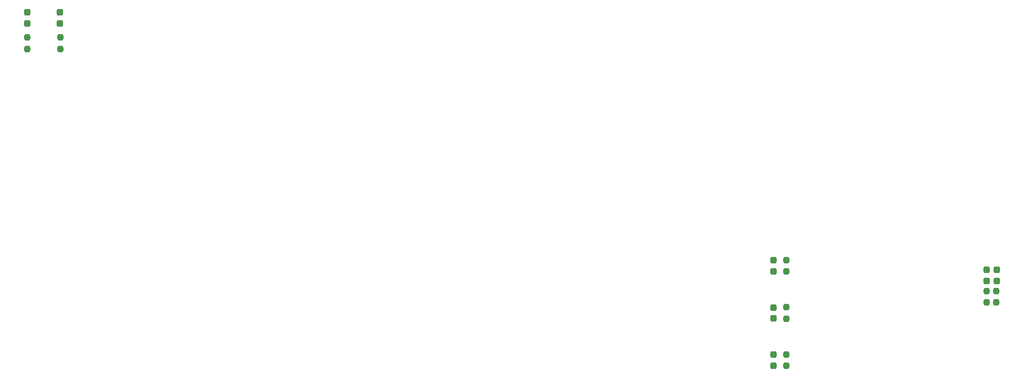
<source format=gbr>
%TF.GenerationSoftware,KiCad,Pcbnew,8.0.2*%
%TF.CreationDate,2025-01-20T18:08:45-05:00*%
%TF.ProjectId,Ecardz-Controller,45636172-647a-42d4-936f-6e74726f6c6c,rev?*%
%TF.SameCoordinates,Original*%
%TF.FileFunction,Paste,Top*%
%TF.FilePolarity,Positive*%
%FSLAX46Y46*%
G04 Gerber Fmt 4.6, Leading zero omitted, Abs format (unit mm)*
G04 Created by KiCad (PCBNEW 8.0.2) date 2025-01-20 18:08:45*
%MOMM*%
%LPD*%
G01*
G04 APERTURE LIST*
G04 Aperture macros list*
%AMRoundRect*
0 Rectangle with rounded corners*
0 $1 Rounding radius*
0 $2 $3 $4 $5 $6 $7 $8 $9 X,Y pos of 4 corners*
0 Add a 4 corners polygon primitive as box body*
4,1,4,$2,$3,$4,$5,$6,$7,$8,$9,$2,$3,0*
0 Add four circle primitives for the rounded corners*
1,1,$1+$1,$2,$3*
1,1,$1+$1,$4,$5*
1,1,$1+$1,$6,$7*
1,1,$1+$1,$8,$9*
0 Add four rect primitives between the rounded corners*
20,1,$1+$1,$2,$3,$4,$5,0*
20,1,$1+$1,$4,$5,$6,$7,0*
20,1,$1+$1,$6,$7,$8,$9,0*
20,1,$1+$1,$8,$9,$2,$3,0*%
G04 Aperture macros list end*
%ADD10RoundRect,0.237500X-0.237500X0.287500X-0.237500X-0.287500X0.237500X-0.287500X0.237500X0.287500X0*%
%ADD11RoundRect,0.237500X-0.237500X0.250000X-0.237500X-0.250000X0.237500X-0.250000X0.237500X0.250000X0*%
%ADD12RoundRect,0.237500X0.237500X-0.287500X0.237500X0.287500X-0.237500X0.287500X-0.237500X-0.287500X0*%
G04 APERTURE END LIST*
D10*
%TO.C,D4*%
X184000000Y-182125000D03*
X184000000Y-183875000D03*
%TD*%
D11*
%TO.C,R8*%
X217800000Y-186987500D03*
X217800000Y-188812500D03*
%TD*%
%TO.C,R7*%
X186000000Y-189587500D03*
X186000000Y-191412500D03*
%TD*%
%TO.C,R9*%
X219300000Y-186987500D03*
X219300000Y-188812500D03*
%TD*%
D12*
%TO.C,D2*%
X217783270Y-185411252D03*
X217783270Y-183661252D03*
%TD*%
%TO.C,D1*%
X219362251Y-185400210D03*
X219362251Y-183650210D03*
%TD*%
D10*
%TO.C,D3*%
X184000000Y-189625000D03*
X184000000Y-191375000D03*
%TD*%
D11*
%TO.C,R15*%
X71000000Y-146750000D03*
X71000000Y-148575000D03*
%TD*%
%TO.C,R16*%
X65750000Y-146750000D03*
X65750000Y-148575000D03*
%TD*%
D10*
%TO.C,D5*%
X184000000Y-197125000D03*
X184000000Y-198875000D03*
%TD*%
D12*
%TO.C,D8*%
X65750000Y-144500000D03*
X65750000Y-142750000D03*
%TD*%
D11*
%TO.C,R10*%
X186000000Y-182087500D03*
X186000000Y-183912500D03*
%TD*%
%TO.C,R11*%
X186000000Y-197087500D03*
X186000000Y-198912500D03*
%TD*%
D12*
%TO.C,D7*%
X70910000Y-144500000D03*
X70910000Y-142750000D03*
%TD*%
M02*

</source>
